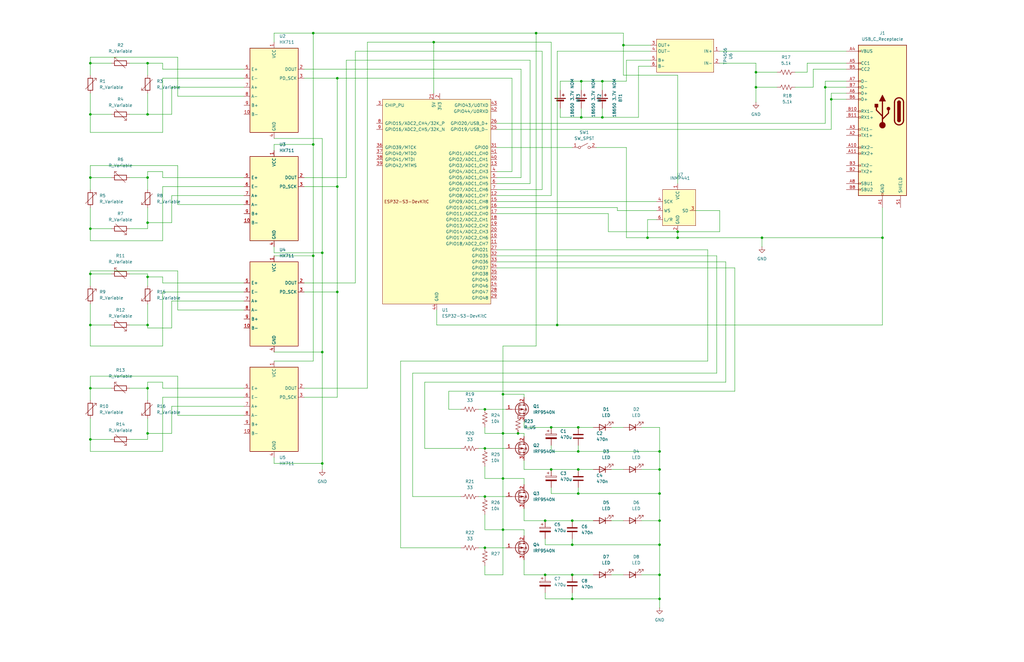
<source format=kicad_sch>
(kicad_sch (version 20231120) (generator "eeschema") (generator_version "8.0")
  (paper "B")
  (lib_symbols
    (symbol "Connector:USB_C_Receptacle" (pin_names (offset 1.016))
      (property "Reference" "J" (at -10.16 29.21 0))
      (property "Value" "USB_C_Receptacle" (at 10.16 29.21 0))
      (symbol "USB_C_Receptacle_1_1"
        (pin passive line (at 0 -40.64 90) (length 5.08) (name "GND") (number "A1"))
        (pin bidirectional line (at 15.24 -15.24 180) (length 5.08) (name "RX2-") (number "A10"))
        (pin bidirectional line (at 15.24 -17.78 180) (length 5.08) (name "RX2+") (number "A11"))
        (pin passive line (at 0 -40.64 90) (length 5.08) hide (name "GND") (number "A12"))
        (pin bidirectional line (at 15.24 -10.16 180) (length 5.08) (name "TX1+") (number "A2"))
        (pin bidirectional line (at 15.24 -7.62 180) (length 5.08) (name "TX1-") (number "A3"))
        (pin passive line (at 15.24 25.4 180) (length 5.08) (name "VBUS") (number "A4"))
        (pin bidirectional line (at 15.24 20.32 180) (length 5.08) (name "CC1") (number "A5"))
        (pin bidirectional line (at 15.24 7.62 180) (length 5.08) (name "D+") (number "A6"))
        (pin bidirectional line (at 15.24 12.7 180) (length 5.08) (name "D-") (number "A7"))
        (pin bidirectional line (at 15.24 -30.48 180) (length 5.08) (name "SBU1") (number "A8"))
        (pin passive line (at 15.24 25.4 180) (length 5.08) hide (name "VBUS") (number "A9"))
        (pin passive line (at 0 -40.64 90) (length 5.08) hide (name "GND") (number "B1"))
        (pin bidirectional line (at 15.24 0 180) (length 5.08) (name "RX1-") (number "B10"))
        (pin bidirectional line (at 15.24 -2.54 180) (length 5.08) (name "RX1+") (number "B11"))
        (pin passive line (at 0 -40.64 90) (length 5.08) hide (name "GND") (number "B12"))
        (pin bidirectional line (at 15.24 -25.4 180) (length 5.08) (name "TX2+") (number "B2"))
        (pin bidirectional line (at 15.24 -22.86 180) (length 5.08) (name "TX2-") (number "B3"))
        (pin passive line (at 15.24 25.4 180) (length 5.08) hide (name "VBUS") (number "B4"))
        (pin bidirectional line (at 15.24 17.78 180) (length 5.08) (name "CC2") (number "B5"))
        (pin bidirectional line (at 15.24 5.08 180) (length 5.08) (name "D+") (number "B6"))
        (pin bidirectional line (at 15.24 10.16 180) (length 5.08) (name "D-") (number "B7"))
        (pin bidirectional line (at 15.24 -33.02 180) (length 5.08) (name "SBU2") (number "B8"))
        (pin passive line (at 15.24 25.4 180) (length 5.08) hide (name "VBUS") (number "B9"))
        (pin passive line (at -7.62 -40.64 90) (length 5.08) (name "SHIELD") (number "S1"))
      )
    )
    (symbol "Device:Battery_Cell" (pin_numbers hide) (pin_names (offset 0) hide)
      (property "Reference" "BT" (at 2.54 2.54 0))
      (property "Value" "Battery_Cell" (at 2.54 0 0))
      (symbol "Battery_Cell_1_1"
        (pin passive line (at 0 5.08 270) (length 2.54) (name "+") (number "1"))
        (pin passive line (at 0 -2.54 90) (length 2.54) (name "-") (number "2"))
      )
    )
    (symbol "Device:C" (pin_numbers hide) (pin_names (offset 0.254))
      (property "Reference" "C" (at 0.635 2.54 0))
      (property "Value" "C" (at 0.635 -2.54 0))
      (symbol "C_1_1"
        (pin passive line (at 0 3.81 270) (length 2.794) (name "~") (number "1"))
        (pin passive line (at 0 -3.81 90) (length 2.794) (name "~") (number "2"))
      )
    )
    (symbol "Device:C_Polarized" (pin_numbers hide) (pin_names (offset 0.254))
      (property "Reference" "C" (at 0.635 2.54 0))
      (property "Value" "C_Polarized" (at 0.635 -2.54 0))
      (symbol "C_Polarized_1_1"
        (pin passive line (at 0 3.81 270) (length 2.794) (name "~") (number "1"))
        (pin passive line (at 0 -3.81 90) (length 2.794) (name "~") (number "2"))
      )
    )
    (symbol "Device:LED" (pin_numbers hide) (pin_names (offset 1.016) hide)
      (property "Reference" "D" (at 0 2.54 0))
      (property "Value" "LED" (at 0 -2.54 0))
      (symbol "LED_1_1"
        (pin passive line (at -3.81 0 0) (length 2.54) (name "K") (number "1"))
        (pin passive line (at 3.81 0 180) (length 2.54) (name "A") (number "2"))
      )
    )
    (symbol "Device:R_US" (pin_numbers hide) (pin_names (offset 0))
      (property "Reference" "R" (at 2.54 0 90))
      (property "Value" "R_US" (at -2.54 0 90))
      (symbol "R_US_1_1"
        (pin passive line (at 0 3.81 270) (length 1.27) (name "~") (number "1"))
        (pin passive line (at 0 -3.81 90) (length 1.27) (name "~") (number "2"))
      )
    )
    (symbol "Device:R_Variable" (pin_numbers hide) (pin_names (offset 0))
      (property "Reference" "R" (at 2.54 -2.54 90))
      (property "Value" "R_Variable" (at -2.54 -1.27 90))
      (symbol "R_Variable_1_1"
        (pin passive line (at 0 3.81 270) (length 1.27) (name "~") (number "1"))
        (pin passive line (at 0 -3.81 90) (length 1.27) (name "~") (number "2"))
      )
    )
    (symbol "Espressif:ESP32-S3-DevKitC" (pin_names (offset 1.016))
      (property "Reference" "U" (at -22.86 48.26 0))
      (property "Value" "ESP32-S3-DevKitC" (at -22.86 45.72 0))
      (symbol "ESP32-S3-DevKitC_0_0"
        (text "ESP32-S3-DevKitC" (at -12.7 0 0) (effects (font (size 1.27 1.27))))
        (pin bidirectional line (at 25.4 -35.56 180) (length 2.54) (name "GPIO46") (number "14"))
        (pin bidirectional line (at 25.4 -10.16 180) (length 2.54) (name "GPIO13/ADC2_CH2") (number "19"))
        (pin bidirectional line (at -25.4 15.24 0) (length 2.54) (name "GPIO42/MTMS") (number "39"))
        (pin bidirectional line (at 25.4 17.78 180) (length 2.54) (name "GPIO2/ADC1_CH1") (number "40"))
        (pin bidirectional line (at 25.4 20.32 180) (length 2.54) (name "GPIO1/ADC1_CH0") (number "41"))
        (pin bidirectional line (at 25.4 38.1 180) (length 2.54) (name "GPIO44/U0RXD") (number "42"))
        (pin bidirectional line (at 25.4 40.64 180) (length 2.54) (name "GPIO43/U0TXD") (number "43"))
        (pin power_in line (at 0 -45.72 90) (length 2.54) (name "GND") (number "44"))
      )
      (symbol "ESP32-S3-DevKitC_0_1"
        (pin power_in line (at 1.27 45.72 270) (length 2.54) (name "3V3") (number "2"))
      )
      (symbol "ESP32-S3-DevKitC_1_1"
        (pin passive line (at 1.27 45.72 270) (length 2.54) hide (name "3V3") (number "1"))
        (pin bidirectional line (at 25.4 -15.24 180) (length 2.54) (name "GPIO17/ADC2_CH6") (number "10"))
        (pin bidirectional line (at 25.4 -17.78 180) (length 2.54) (name "GPIO18/ADC2_CH7") (number "11"))
        (pin bidirectional line (at 25.4 2.54 180) (length 2.54) (name "GPIO8/ADC1_CH7") (number "12"))
        (pin bidirectional line (at 25.4 15.24 180) (length 2.54) (name "GPIO3/ADC1_CH2") (number "13"))
        (pin bidirectional line (at 25.4 0 180) (length 2.54) (name "GPIO9/ADC1_CH8") (number "15"))
        (pin bidirectional line (at 25.4 -2.54 180) (length 2.54) (name "GPIO10/ADC1_CH9") (number "16"))
        (pin bidirectional line (at 25.4 -5.08 180) (length 2.54) (name "GPIO11/ADC2_CH0") (number "17"))
        (pin bidirectional line (at 25.4 -7.62 180) (length 2.54) (name "GPIO12/ADC2_CH1") (number "18"))
        (pin bidirectional line (at 25.4 -12.7 180) (length 2.54) (name "GPIO14/ADC2_CH3") (number "20"))
        (pin power_in line (at -1.27 45.72 270) (length 2.54) (name "5V") (number "21"))
        (pin passive line (at 0 -45.72 90) (length 2.54) hide (name "GND") (number "22"))
        (pin passive line (at 0 -45.72 90) (length 2.54) hide (name "GND") (number "23"))
        (pin passive line (at 0 -45.72 90) (length 2.54) hide (name "GND") (number "24"))
        (pin bidirectional line (at 25.4 30.48 180) (length 2.54) (name "GPIO19/USB_D-") (number "25"))
        (pin bidirectional line (at 25.4 33.02 180) (length 2.54) (name "GPIO20/USB_D+") (number "26"))
        (pin bidirectional line (at 25.4 -20.32 180) (length 2.54) (name "GPIO21") (number "27"))
        (pin bidirectional line (at 25.4 -38.1 180) (length 2.54) (name "GPIO47") (number "28"))
        (pin bidirectional line (at 25.4 -40.64 180) (length 2.54) (name "GPIO48") (number "29"))
        (pin input line (at -25.4 40.64 0) (length 2.54) (name "CHIP_PU") (number "3"))
        (pin bidirectional line (at 25.4 -33.02 180) (length 2.54) (name "GPIO45") (number "30"))
        (pin bidirectional line (at 25.4 22.86 180) (length 2.54) (name "GPIO0") (number "31"))
        (pin bidirectional line (at 25.4 -22.86 180) (length 2.54) (name "GPIO35") (number "32"))
        (pin bidirectional line (at 25.4 -25.4 180) (length 2.54) (name "GPIO36") (number "33"))
        (pin bidirectional line (at 25.4 -27.94 180) (length 2.54) (name "GPIO37") (number "34"))
        (pin bidirectional line (at 25.4 -30.48 180) (length 2.54) (name "GPIO38") (number "35"))
        (pin bidirectional line (at -25.4 22.86 0) (length 2.54) (name "GPIO39/MTCK") (number "36"))
        (pin bidirectional line (at -25.4 20.32 0) (length 2.54) (name "GPIO40/MTDO") (number "37"))
        (pin bidirectional line (at -25.4 17.78 0) (length 2.54) (name "GPIO41/MTDI") (number "38"))
        (pin bidirectional line (at 25.4 12.7 180) (length 2.54) (name "GPIO4/ADC1_CH3") (number "4"))
        (pin bidirectional line (at 25.4 10.16 180) (length 2.54) (name "GPIO5/ADC1_CH4") (number "5"))
        (pin bidirectional line (at 25.4 7.62 180) (length 2.54) (name "GPIO6/ADC1_CH5") (number "6"))
        (pin bidirectional line (at 25.4 5.08 180) (length 2.54) (name "GPIO7/ADC1_CH6") (number "7"))
        (pin bidirectional line (at -25.4 33.02 0) (length 2.54) (name "GPIO15/ADC2_CH4/32K_P") (number "8"))
        (pin bidirectional line (at -25.4 30.48 0) (length 2.54) (name "GPIO16/ADC2_CH5/32K_N") (number "9"))
      )
    )
    (symbol "HX711_1"
      (property "Reference" "U5" (at 2.1941 -20.32 0))
      (property "Value" "HX711" (at 2.1941 -22.86 0))
      (symbol "HX711_1_1_1"
        (pin power_in line (at 0 20.32 270) (length 2.54) (name "VCC") (number "1"))
        (pin input line (at -12.7 -10.16 0) (length 2.54) (name "B-") (number "10"))
        (pin output line (at 12.7 8.89 180) (length 2.54) (name "DOUT") (number "2"))
        (pin input line (at 12.7 5.08 180) (length 2.54) (name "PD_SCK") (number "3"))
        (pin power_in line (at 0 -20.32 90) (length 2.54) (name "GND") (number "4"))
        (pin input line (at -12.7 8.89 0) (length 2.54) (name "E+") (number "5"))
        (pin input line (at -12.7 5.08 0) (length 2.54) (name "E-") (number "6"))
        (pin input line (at -12.7 1.27 0) (length 2.54) (name "A+") (number "7"))
        (pin input line (at -12.7 -2.54 0) (length 2.54) (name "A-") (number "8"))
        (pin input line (at -12.7 -6.35 0) (length 2.54) (name "B+") (number "9"))
      )
    )
    (symbol "Switch:SW_SPST" (pin_names (offset 0) hide)
      (property "Reference" "SW" (at 0 3.175 0))
      (property "Value" "SW_SPST" (at 0 -2.54 0))
      (symbol "SW_SPST_1_1"
        (pin passive line (at -5.08 0 0) (length 2.54) (name "A") (number "1"))
        (pin passive line (at 5.08 0 180) (length 2.54) (name "B") (number "2"))
      )
    )
    (symbol "Transistor_FET:IRF9540N" (pin_names hide)
      (property "Reference" "Q" (at 5.08 1.905 0))
      (property "Value" "IRF9540N" (at 5.08 0 0))
      (symbol "IRF9540N_1_1"
        (pin input line (at -5.08 0 0) (length 2.54) (name "G") (number "1"))
        (pin passive line (at 2.54 5.08 270) (length 2.54) (name "D") (number "2"))
        (pin passive line (at 2.54 -5.08 90) (length 2.54) (name "S") (number "3"))
      )
    )
    (symbol "User_Custom:HX711"
      (property "Reference" "U5" (at 2.1941 -20.32 0))
      (property "Value" "HX711" (at 2.1941 -22.86 0))
      (symbol "HX711_1_1"
        (pin power_in line (at 0 20.32 270) (length 2.54) (name "VCC") (number "1"))
        (pin input line (at -12.7 -10.16 0) (length 2.54) (name "B-") (number "10"))
        (pin output line (at 12.7 8.89 180) (length 2.54) (name "DOUT") (number "2"))
        (pin input line (at 12.7 5.08 180) (length 2.54) (name "PD_SCK") (number "3"))
        (pin power_in line (at 0 -20.32 90) (length 2.54) (name "GND") (number "4"))
        (pin input line (at -12.7 8.89 0) (length 2.54) (name "E+") (number "5"))
        (pin input line (at -12.7 5.08 0) (length 2.54) (name "E-") (number "6"))
        (pin input line (at -12.7 1.27 0) (length 2.54) (name "A+") (number "7"))
        (pin input line (at -12.7 -2.54 0) (length 2.54) (name "A-") (number "8"))
        (pin input line (at -12.7 -6.35 0) (length 2.54) (name "B+") (number "9"))
      )
    )
    (symbol "User_Custom:INMP441"
      (property "Reference" "U7" (at -0.254 6.35 0))
      (property "Value" "INMP441" (at -0.254 4.826 0))
      (symbol "INMP441_1_1"
        (pin power_in line (at -1.27 2.54 270) (length 2.54) (name "VCC") (number "1"))
        (pin power_in line (at -1.27 -17.78 90) (length 2.54) (name "GND") (number "2"))
        (pin output line (at 6.35 -8.89 180) (length 2.54) (name "SD") (number "3"))
        (pin input line (at -10.16 -5.08 0) (length 2.54) (name "SCK") (number "4"))
        (pin input line (at -10.16 -8.89 0) (length 2.54) (name "WS") (number "5"))
        (pin input line (at -10.16 -12.7 0) (length 2.54) (name "L/R") (number "6"))
      )
    )
    (symbol "User_Custom:TP4056"
      (property "Reference" "U6" (at -0.254 15.748 0))
      (property "Value" "TP4506" (at -2.54 13.462 0))
      (symbol "TP4056_1_1"
        (pin power_in line (at -1.27 2.54 270) (length 2.54) (name "IN+") (number "1"))
        (pin power_in line (at 3.81 2.54 270) (length 2.54) (name "IN-") (number "2"))
        (pin power_out line (at -3.81 -26.67 90) (length 2.54) (name "OUT+") (number "3"))
        (pin power_out line (at -1.27 -26.67 90) (length 2.54) (name "OUT-") (number "4"))
        (pin power_out line (at 2.54 -26.67 90) (length 2.54) (name "B+") (number "5"))
        (pin power_out line (at 5.08 -26.67 90) (length 2.54) (name "B-") (number "6"))
      )
    )
    (symbol "power:GND" (power) (pin_numbers hide) (pin_names (offset 0) hide)
      (property "Value" "GND" (at 0 -3.81 0))
      (symbol "GND_1_1"
        (pin power_in line (at 0 0 270) (length 0) (name "~") (number "1"))
      )
    )
  )
  (junction (at 182.88 17.78))
  (junction (at 278.13 219.71))
  (junction (at 62.23 116.84))
  (junction (at 38.1 115.57))
  (junction (at 245.11 34.29))
  (junction (at 226.06 13.97))
  (junction (at 278.13 208.28))
  (junction (at 243.84 208.28))
  (junction (at 132.08 13.97))
  (junction (at 278.13 242.57))
  (junction (at 62.23 48.26))
  (junction (at 38.1 96.52))
  (junction (at 142.24 78.74))
  (junction (at 278.13 252.73))
  (junction (at 204.47 172.72))
  (junction (at 254 49.53))
  (junction (at 285.75 97.79))
  (junction (at 218.44 182.88))
  (junction (at 212.09 166.37))
  (junction (at 212.09 223.52))
  (junction (at 241.3 252.73))
  (junction (at 278.13 198.12))
  (junction (at 278.13 229.87))
  (junction (at 62.23 26.67))
  (junction (at 132.08 107.95))
  (junction (at 318.77 36.83))
  (junction (at 285.75 100.33))
  (junction (at 278.13 190.5))
  (junction (at 62.23 182.88))
  (junction (at 135.89 148.59))
  (junction (at 321.31 100.33))
  (junction (at 135.89 106.68))
  (junction (at 62.23 137.16))
  (junction (at 273.05 100.33))
  (junction (at 229.87 242.57))
  (junction (at 243.84 198.12))
  (junction (at 262.89 19.05))
  (junction (at 62.23 74.93))
  (junction (at 241.3 229.87))
  (junction (at 38.1 185.42))
  (junction (at 234.95 137.16))
  (junction (at 38.1 163.83))
  (junction (at 243.84 180.34))
  (junction (at 38.1 26.67))
  (junction (at 245.11 49.53))
  (junction (at 132.08 60.96))
  (junction (at 142.24 33.02))
  (junction (at 135.89 195.58))
  (junction (at 62.23 163.83))
  (junction (at 241.3 219.71))
  (junction (at 62.23 93.98))
  (junction (at 38.1 48.26))
  (junction (at 38.1 137.16))
  (junction (at 232.41 198.12))
  (junction (at 243.84 190.5))
  (junction (at 38.1 74.93))
  (junction (at 232.41 180.34))
  (junction (at 204.47 189.23))
  (junction (at 142.24 123.19))
  (junction (at 204.47 209.55))
  (junction (at 212.09 201.93))
  (junction (at 372.11 100.33))
  (junction (at 229.87 219.71))
  (junction (at 204.47 231.14))
  (junction (at 212.09 182.88))
  (junction (at 241.3 242.57))
  (junction (at 350.52 41.91))
  (junction (at 347.98 36.83))
  (junction (at 254 34.29))
  (junction (at 318.77 30.48))
  (wire (pts (xy 278.13 242.57) (xy 278.13 252.73)))
  (wire (pts (xy 232.41 82.55) (xy 209.55 82.55)))
  (wire (pts (xy 182.88 17.78) (xy 182.88 39.37)))
  (wire (pts (xy 278.13 198.12) (xy 278.13 208.28)))
  (wire (pts (xy 306.07 110.49) (xy 209.55 110.49)))
  (wire (pts (xy 68.58 119.38) (xy 68.58 116.84)))
  (wire (pts (xy 278.13 180.34) (xy 270.51 180.34)))
  (wire (pts (xy 74.93 40.64) (xy 74.93 24.13)))
  (wire (pts (xy 62.23 163.83) (xy 62.23 168.91)))
  (wire (pts (xy 236.22 34.29) (xy 245.11 34.29)))
  (wire (pts (xy 135.89 195.58) (xy 135.89 198.12)))
  (wire (pts (xy 220.98 194.31) (xy 220.98 198.12)))
  (wire (pts (xy 74.93 175.26) (xy 74.93 158.75)))
  (wire (pts (xy 74.93 158.75) (xy 38.1 158.75)))
  (wire (pts (xy 236.22 38.1) (xy 236.22 34.29)))
  (wire (pts (xy 128.27 78.74) (xy 142.24 78.74)))
  (wire (pts (xy 269.24 49.53) (xy 269.24 27.94)))
  (wire (pts (xy 201.93 189.23) (xy 204.47 189.23)))
  (wire (pts (xy 38.1 55.88) (xy 38.1 48.26)))
  (wire (pts (xy 68.58 146.05) (xy 38.1 146.05)))
  (wire (pts (xy 243.84 198.12) (xy 250.19 198.12)))
  (wire (pts (xy 38.1 137.16) (xy 38.1 146.05)))
  (wire (pts (xy 38.1 96.52) (xy 38.1 101.6)))
  (wire (pts (xy 372.11 87.63) (xy 372.11 100.33)))
  (wire (pts (xy 232.41 198.12) (xy 243.84 198.12)))
  (wire (pts (xy 220.98 177.8) (xy 220.98 180.34)))
  (wire (pts (xy 201.93 172.72) (xy 204.47 172.72)))
  (wire (pts (xy 220.98 226.06) (xy 220.98 223.52)))
  (wire (pts (xy 102.87 74.93) (xy 68.58 74.93)))
  (wire (pts (xy 68.58 74.93) (xy 68.58 72.39)))
  (wire (pts (xy 223.52 77.47) (xy 209.55 77.47)))
  (wire (pts (xy 102.87 119.38) (xy 68.58 119.38)))
  (wire (pts (xy 220.98 180.34) (xy 232.41 180.34)))
  (wire (pts (xy 128.27 163.83) (xy 154.94 163.83)))
  (wire (pts (xy 168.91 231.14) (xy 168.91 152.4)))
  (wire (pts (xy 142.24 33.02) (xy 215.9 33.02)))
  (wire (pts (xy 102.87 36.83) (xy 72.39 36.83)))
  (wire (pts (xy 62.23 72.39) (xy 62.23 74.93)))
  (wire (pts (xy 229.87 219.71) (xy 241.3 219.71)))
  (wire (pts (xy 335.28 30.48) (xy 340.36 30.48)))
  (wire (pts (xy 257.81 219.71) (xy 262.89 219.71)))
  (wire (pts (xy 68.58 55.88) (xy 38.1 55.88)))
  (wire (pts (xy 209.55 62.23) (xy 241.3 62.23)))
  (wire (pts (xy 335.28 36.83) (xy 342.9 36.83)))
  (wire (pts (xy 356.87 34.29) (xy 347.98 34.29)))
  (wire (pts (xy 46.99 185.42) (xy 38.1 185.42)))
  (wire (pts (xy 298.45 152.4) (xy 298.45 105.41)))
  (wire (pts (xy 229.87 242.57) (xy 241.3 242.57)))
  (wire (pts (xy 204.47 201.93) (xy 212.09 201.93)))
  (wire (pts (xy 270.51 219.71) (xy 278.13 219.71)))
  (wire (pts (xy 226.06 146.05) (xy 226.06 13.97)))
  (wire (pts (xy 62.23 39.37) (xy 62.23 48.26)))
  (wire (pts (xy 220.98 182.88) (xy 218.44 182.88)))
  (wire (pts (xy 38.1 115.57) (xy 46.99 115.57)))
  (wire (pts (xy 285.75 97.79) (xy 285.75 100.33)))
  (wire (pts (xy 229.87 229.87) (xy 241.3 229.87)))
  (wire (pts (xy 285.75 97.79) (xy 256.54 97.79)))
  (wire (pts (xy 340.36 30.48) (xy 340.36 26.67)))
  (wire (pts (xy 62.23 137.16) (xy 54.61 137.16)))
  (wire (pts (xy 262.89 19.05) (xy 262.89 13.97)))
  (wire (pts (xy 201.93 231.14) (xy 204.47 231.14)))
  (wire (pts (xy 256.54 90.17) (xy 209.55 90.17)))
  (wire (pts (xy 189.23 165.1) (xy 189.23 172.72)))
  (wire (pts (xy 309.88 165.1) (xy 309.88 113.03)))
  (wire (pts (xy 264.16 62.23) (xy 264.16 100.33)))
  (wire (pts (xy 318.77 30.48) (xy 318.77 36.83)))
  (wire (pts (xy 115.57 195.58) (xy 135.89 195.58)))
  (wire (pts (xy 72.39 138.43) (xy 62.23 138.43)))
  (wire (pts (xy 321.31 100.33) (xy 321.31 104.14)))
  (wire (pts (xy 234.95 21.59) (xy 234.95 137.16)))
  (wire (pts (xy 72.39 93.98) (xy 62.23 93.98)))
  (wire (pts (xy 254 34.29) (xy 264.16 34.29)))
  (wire (pts (xy 327.66 30.48) (xy 318.77 30.48)))
  (wire (pts (xy 102.87 123.19) (xy 68.58 123.19)))
  (wire (pts (xy 135.89 58.42) (xy 135.89 106.68)))
  (wire (pts (xy 241.3 250.19) (xy 241.3 252.73)))
  (wire (pts (xy 350.52 41.91) (xy 356.87 41.91)))
  (wire (pts (xy 102.87 175.26) (xy 74.93 175.26)))
  (wire (pts (xy 62.23 74.93) (xy 62.23 80.01)))
  (wire (pts (xy 204.47 209.55) (xy 213.36 209.55)))
  (wire (pts (xy 229.87 227.33) (xy 229.87 229.87)))
  (wire (pts (xy 102.87 171.45) (xy 72.39 171.45)))
  (wire (pts (xy 274.32 19.05) (xy 262.89 19.05)))
  (wire (pts (xy 115.57 106.68) (xy 135.89 106.68)))
  (wire (pts (xy 38.1 24.13) (xy 38.1 26.67)))
  (wire (pts (xy 74.93 69.85) (xy 38.1 69.85)))
  (wire (pts (xy 232.41 190.5) (xy 243.84 190.5)))
  (wire (pts (xy 173.99 209.55) (xy 173.99 157.48)))
  (wire (pts (xy 245.11 49.53) (xy 254 49.53)))
  (wire (pts (xy 115.57 193.04) (xy 115.57 195.58)))
  (wire (pts (xy 264.16 25.4) (xy 274.32 25.4)))
  (wire (pts (xy 102.87 86.36) (xy 74.93 86.36)))
  (wire (pts (xy 234.95 137.16) (xy 372.11 137.16)))
  (wire (pts (xy 142.24 33.02) (xy 142.24 78.74)))
  (wire (pts (xy 342.9 36.83) (xy 342.9 29.21)))
  (wire (pts (xy 254 34.29) (xy 245.11 34.29)))
  (wire (pts (xy 243.84 187.96) (xy 243.84 190.5)))
  (wire (pts (xy 236.22 49.53) (xy 245.11 49.53)))
  (wire (pts (xy 74.93 24.13) (xy 38.1 24.13)))
  (wire (pts (xy 62.23 31.75) (xy 62.23 26.67)))
  (wire (pts (xy 179.07 161.29) (xy 306.07 161.29)))
  (wire (pts (xy 372.11 100.33) (xy 321.31 100.33)))
  (wire (pts (xy 46.99 26.67) (xy 38.1 26.67)))
  (wire (pts (xy 102.87 130.81) (xy 74.93 130.81)))
  (wire (pts (xy 68.58 190.5) (xy 38.1 190.5)))
  (wire (pts (xy 220.98 198.12) (xy 232.41 198.12)))
  (wire (pts (xy 54.61 26.67) (xy 62.23 26.67)))
  (wire (pts (xy 146.05 25.4) (xy 223.52 25.4)))
  (wire (pts (xy 245.11 38.1) (xy 245.11 34.29)))
  (wire (pts (xy 38.1 48.26) (xy 46.99 48.26)))
  (wire (pts (xy 356.87 36.83) (xy 347.98 36.83)))
  (wire (pts (xy 154.94 163.83) (xy 154.94 17.78)))
  (wire (pts (xy 215.9 33.02) (xy 215.9 72.39)))
  (wire (pts (xy 236.22 45.72) (xy 236.22 49.53)))
  (wire (pts (xy 173.99 157.48) (xy 302.26 157.48)))
  (wire (pts (xy 132.08 13.97) (xy 115.57 13.97)))
  (wire (pts (xy 347.98 34.29) (xy 347.98 36.83)))
  (wire (pts (xy 72.39 171.45) (xy 72.39 182.88)))
  (wire (pts (xy 62.23 87.63) (xy 62.23 93.98)))
  (wire (pts (xy 72.39 82.55) (xy 72.39 93.98)))
  (wire (pts (xy 209.55 52.07) (xy 347.98 52.07)))
  (wire (pts (xy 270.51 198.12) (xy 278.13 198.12)))
  (wire (pts (xy 189.23 165.1) (xy 309.88 165.1)))
  (wire (pts (xy 278.13 190.5) (xy 278.13 180.34)))
  (wire (pts (xy 257.81 180.34) (xy 262.89 180.34)))
  (wire (pts (xy 223.52 25.4) (xy 223.52 77.47)))
  (wire (pts (xy 149.86 119.38) (xy 149.86 21.59)))
  (wire (pts (xy 132.08 152.4) (xy 132.08 107.95)))
  (wire (pts (xy 38.1 69.85) (xy 38.1 74.93)))
  (wire (pts (xy 303.53 88.9) (xy 303.53 97.79)))
  (wire (pts (xy 74.93 130.81) (xy 74.93 114.3)))
  (wire (pts (xy 38.1 158.75) (xy 38.1 163.83)))
  (wire (pts (xy 168.91 152.4) (xy 298.45 152.4)))
  (wire (pts (xy 154.94 17.78) (xy 182.88 17.78)))
  (wire (pts (xy 204.47 231.14) (xy 213.36 231.14)))
  (wire (pts (xy 302.26 107.95) (xy 209.55 107.95)))
  (wire (pts (xy 62.23 93.98) (xy 62.23 96.52)))
  (wire (pts (xy 115.57 104.14) (xy 115.57 106.68)))
  (wire (pts (xy 204.47 217.17) (xy 204.47 223.52)))
  (wire (pts (xy 115.57 152.4) (xy 132.08 152.4)))
  (wire (pts (xy 128.27 123.19) (xy 142.24 123.19)))
  (wire (pts (xy 273.05 92.71) (xy 273.05 100.33)))
  (wire (pts (xy 269.24 27.94) (xy 274.32 27.94)))
  (wire (pts (xy 232.41 17.78) (xy 232.41 82.55)))
  (wire (pts (xy 241.3 229.87) (xy 278.13 229.87)))
  (wire (pts (xy 212.09 166.37) (xy 212.09 146.05)))
  (wire (pts (xy 204.47 172.72) (xy 213.36 172.72)))
  (wire (pts (xy 285.75 100.33) (xy 321.31 100.33)))
  (wire (pts (xy 74.93 114.3) (xy 38.1 114.3)))
  (wire (pts (xy 128.27 29.21) (xy 219.71 29.21)))
  (wire (pts (xy 68.58 163.83) (xy 68.58 161.29)))
  (wire (pts (xy 212.09 146.05) (xy 226.06 146.05)))
  (wire (pts (xy 68.58 78.74) (xy 68.58 101.6)))
  (wire (pts (xy 102.87 29.21) (xy 68.58 29.21)))
  (wire (pts (xy 204.47 189.23) (xy 213.36 189.23)))
  (wire (pts (xy 276.86 92.71) (xy 273.05 92.71)))
  (wire (pts (xy 149.86 21.59) (xy 228.6 21.59)))
  (wire (pts (xy 74.93 86.36) (xy 74.93 69.85)))
  (wire (pts (xy 243.84 190.5) (xy 278.13 190.5)))
  (wire (pts (xy 260.35 87.63) (xy 209.55 87.63)))
  (wire (pts (xy 204.47 196.85) (xy 204.47 201.93)))
  (wire (pts (xy 340.36 26.67) (xy 356.87 26.67)))
  (wire (pts (xy 38.1 168.91) (xy 38.1 163.83)))
  (wire (pts (xy 212.09 201.93) (xy 212.09 223.52)))
  (wire (pts (xy 298.45 105.41) (xy 209.55 105.41)))
  (wire (pts (xy 303.53 21.59) (xy 356.87 21.59)))
  (wire (pts (xy 128.27 74.93) (xy 146.05 74.93)))
  (wire (pts (xy 194.31 231.14) (xy 168.91 231.14)))
  (wire (pts (xy 232.41 187.96) (xy 232.41 190.5)))
  (wire (pts (xy 232.41 180.34) (xy 243.84 180.34)))
  (wire (pts (xy 201.93 209.55) (xy 204.47 209.55)))
  (wire (pts (xy 241.3 242.57) (xy 250.19 242.57)))
  (wire (pts (xy 68.58 116.84) (xy 62.23 116.84)))
  (wire (pts (xy 38.1 39.37) (xy 38.1 48.26)))
  (wire (pts (xy 243.84 180.34) (xy 250.19 180.34)))
  (wire (pts (xy 62.23 115.57) (xy 62.23 116.84)))
  (wire (pts (xy 204.47 242.57) (xy 212.09 242.57)))
  (wire (pts (xy 228.6 80.01) (xy 209.55 80.01)))
  (wire (pts (xy 350.52 54.61) (xy 350.52 41.91)))
  (wire (pts (xy 54.61 48.26) (xy 62.23 48.26)))
  (wire (pts (xy 270.51 242.57) (xy 278.13 242.57)))
  (wire (pts (xy 62.23 116.84) (xy 62.23 120.65)))
  (wire (pts (xy 142.24 123.19) (xy 142.24 78.74)))
  (wire (pts (xy 273.05 100.33) (xy 285.75 100.33)))
  (wire (pts (xy 38.1 120.65) (xy 38.1 115.57)))
  (wire (pts (xy 38.1 80.01) (xy 38.1 74.93)))
  (wire (pts (xy 68.58 72.39) (xy 62.23 72.39)))
  (wire (pts (xy 204.47 238.76) (xy 204.47 242.57)))
  (wire (pts (xy 102.87 167.64) (xy 68.58 167.64)))
  (wire (pts (xy 232.41 208.28) (xy 243.84 208.28)))
  (wire (pts (xy 102.87 78.74) (xy 68.58 78.74)))
  (wire (pts (xy 194.31 209.55) (xy 173.99 209.55)))
  (wire (pts (xy 102.87 40.64) (xy 74.93 40.64)))
  (wire (pts (xy 262.89 13.97) (xy 226.06 13.97)))
  (wire (pts (xy 245.11 45.72) (xy 245.11 49.53)))
  (wire (pts (xy 278.13 252.73) (xy 278.13 256.54)))
  (wire (pts (xy 274.32 21.59) (xy 234.95 21.59)))
  (wire (pts (xy 327.66 36.83) (xy 318.77 36.83)))
  (wire (pts (xy 212.09 242.57) (xy 212.09 223.52)))
  (wire (pts (xy 293.37 88.9) (xy 303.53 88.9)))
  (wire (pts (xy 115.57 58.42) (xy 135.89 58.42)))
  (wire (pts (xy 72.39 36.83) (xy 72.39 48.26)))
  (wire (pts (xy 278.13 229.87) (xy 278.13 219.71)))
  (wire (pts (xy 46.99 137.16) (xy 38.1 137.16)))
  (wire (pts (xy 54.61 163.83) (xy 62.23 163.83)))
  (wire (pts (xy 220.98 214.63) (xy 220.98 219.71)))
  (wire (pts (xy 243.84 205.74) (xy 243.84 208.28)))
  (wire (pts (xy 128.27 167.64) (xy 142.24 167.64)))
  (wire (pts (xy 102.87 127) (xy 72.39 127)))
  (wire (pts (xy 241.3 219.71) (xy 250.19 219.71)))
  (wire (pts (xy 229.87 252.73) (xy 241.3 252.73)))
  (wire (pts (xy 38.1 87.63) (xy 38.1 96.52)))
  (wire (pts (xy 38.1 185.42) (xy 38.1 190.5)))
  (wire (pts (xy 303.53 97.79) (xy 285.75 97.79)))
  (wire (pts (xy 350.52 39.37) (xy 350.52 41.91)))
  (wire (pts (xy 38.1 137.16) (xy 38.1 128.27)))
  (wire (pts (xy 115.57 60.96) (xy 132.08 60.96)))
  (wire (pts (xy 212.09 182.88) (xy 212.09 201.93)))
  (wire (pts (xy 194.31 172.72) (xy 189.23 172.72)))
  (wire (pts (xy 342.9 29.21) (xy 356.87 29.21)))
  (wire (pts (xy 257.81 242.57) (xy 262.89 242.57)))
  (wire (pts (xy 278.13 242.57) (xy 278.13 229.87)))
  (wire (pts (xy 226.06 13.97) (xy 132.08 13.97)))
  (wire (pts (xy 72.39 48.26) (xy 62.23 48.26)))
  (wire (pts (xy 72.39 127) (xy 72.39 138.43)))
  (wire (pts (xy 38.1 163.83) (xy 46.99 163.83)))
  (wire (pts (xy 62.23 182.88) (xy 62.23 185.42)))
  (wire (pts (xy 264.16 34.29) (xy 264.16 25.4)))
  (wire (pts (xy 115.57 148.59) (xy 135.89 148.59)))
  (wire (pts (xy 234.95 137.16) (xy 184.15 137.16)))
  (wire (pts (xy 372.11 137.16) (xy 372.11 100.33)))
  (wire (pts (xy 218.44 182.88) (xy 212.09 182.88)))
  (wire (pts (xy 204.47 182.88) (xy 212.09 182.88)))
  (wire (pts (xy 220.98 184.15) (xy 220.98 182.88)))
  (wire (pts (xy 285.75 77.47) (xy 285.75 31.75)))
  (wire (pts (xy 278.13 208.28) (xy 278.13 219.71)))
  (wire (pts (xy 256.54 97.79) (xy 256.54 90.17)))
  (wire (pts (xy 68.58 167.64) (xy 68.58 190.5)))
  (wire (pts (xy 220.98 236.22) (xy 220.98 242.57)))
  (wire (pts (xy 68.58 29.21) (xy 68.58 26.67)))
  (wire (pts (xy 209.55 85.09) (xy 276.86 85.09)))
  (wire (pts (xy 132.08 60.96) (xy 132.08 13.97)))
  (wire (pts (xy 254 49.53) (xy 254 45.72)))
  (wire (pts (xy 54.61 115.57) (xy 62.23 115.57)))
  (wire (pts (xy 62.23 185.42) (xy 54.61 185.42)))
  (wire (pts (xy 102.87 82.55) (xy 72.39 82.55)))
  (wire (pts (xy 285.75 31.75) (xy 262.89 31.75)))
  (wire (pts (xy 62.23 176.53) (xy 62.23 182.88)))
  (wire (pts (xy 232.41 205.74) (xy 232.41 208.28)))
  (wire (pts (xy 262.89 31.75) (xy 262.89 19.05)))
  (wire (pts (xy 257.81 198.12) (xy 262.89 198.12)))
  (wire (pts (xy 220.98 167.64) (xy 220.98 166.37)))
  (wire (pts (xy 251.46 62.23) (xy 264.16 62.23)))
  (wire (pts (xy 220.98 223.52) (xy 212.09 223.52)))
  (wire (pts (xy 62.23 96.52) (xy 54.61 96.52)))
  (wire (pts (xy 264.16 100.33) (xy 273.05 100.33)))
  (wire (pts (xy 306.07 161.29) (xy 306.07 110.49)))
  (wire (pts (xy 212.09 166.37) (xy 220.98 166.37)))
  (wire (pts (xy 302.26 157.48) (xy 302.26 107.95)))
  (wire (pts (xy 62.23 137.16) (xy 62.23 138.43)))
  (wire (pts (xy 102.87 33.02) (xy 68.58 33.02)))
  (wire (pts (xy 38.1 114.3) (xy 38.1 115.57)))
  (wire (pts (xy 38.1 185.42) (xy 38.1 176.53)))
  (wire (pts (xy 228.6 21.59) (xy 228.6 80.01)))
  (wire (pts (xy 68.58 123.19) (xy 68.58 146.05)))
  (wire (pts (xy 229.87 250.19) (xy 229.87 252.73)))
  (wire (pts (xy 220.98 242.57) (xy 229.87 242.57)))
  (wire (pts (xy 146.05 74.93) (xy 146.05 25.4)))
  (wire (pts (xy 72.39 182.88) (xy 62.23 182.88)))
  (wire (pts (xy 254 38.1) (xy 254 34.29)))
  (wire (pts (xy 115.57 13.97) (xy 115.57 17.78)))
  (wire (pts (xy 209.55 113.03) (xy 309.88 113.03)))
  (wire (pts (xy 68.58 26.67) (xy 62.23 26.67)))
  (wire (pts (xy 102.87 163.83) (xy 68.58 163.83)))
  (wire (pts (xy 182.88 17.78) (xy 232.41 17.78)))
  (wire (pts (xy 241.3 252.73) (xy 278.13 252.73)))
  (wire (pts (xy 68.58 161.29) (xy 62.23 161.29)))
  (wire (pts (xy 135.89 148.59) (xy 135.89 195.58)))
  (wire (pts (xy 132.08 107.95) (xy 132.08 60.96)))
  (wire (pts (xy 220.98 219.71) (xy 229.87 219.71)))
  (wire (pts (xy 260.35 88.9) (xy 260.35 87.63)))
  (wire (pts (xy 219.71 29.21) (xy 219.71 74.93)))
  (wire (pts (xy 142.24 167.64) (xy 142.24 123.19)))
  (wire (pts (xy 38.1 74.93) (xy 46.99 74.93)))
  (wire (pts (xy 184.15 137.16) (xy 184.15 130.81)))
  (wire (pts (xy 209.55 72.39) (xy 215.9 72.39)))
  (wire (pts (xy 241.3 227.33) (xy 241.3 229.87)))
  (wire (pts (xy 212.09 182.88) (xy 212.09 166.37)))
  (wire (pts (xy 356.87 39.37) (xy 350.52 39.37)))
  (wire (pts (xy 115.57 63.5) (xy 115.57 60.96)))
  (wire (pts (xy 254 49.53) (xy 269.24 49.53)))
  (wire (pts (xy 318.77 26.67) (xy 318.77 30.48)))
  (wire (pts (xy 318.77 36.83) (xy 318.77 43.18)))
  (wire (pts (xy 194.31 189.23) (xy 179.07 189.23)))
  (wire (pts (xy 278.13 198.12) (xy 278.13 190.5)))
  (wire (pts (xy 209.55 54.61) (xy 350.52 54.61)))
  (wire (pts (xy 135.89 106.68) (xy 135.89 148.59)))
  (wire (pts (xy 46.99 96.52) (xy 38.1 96.52)))
  (wire (pts (xy 347.98 36.83) (xy 347.98 52.07)))
  (wire (pts (xy 204.47 223.52) (xy 212.09 223.52)))
  (wire (pts (xy 220.98 204.47) (xy 220.98 201.93)))
  (wire (pts (xy 303.53 26.67) (xy 318.77 26.67)))
  (wire (pts (xy 128.27 119.38) (xy 149.86 119.38)))
  (wire (pts (xy 54.61 74.93) (xy 62.23 74.93)))
  (wire (pts (xy 204.47 180.34) (xy 204.47 182.88)))
  (wire (pts (xy 128.27 33.02) (xy 142.24 33.02)))
  (wire (pts (xy 115.57 107.95) (xy 132.08 107.95)))
  (wire (pts (xy 179.07 189.23) (xy 179.07 161.29)))
  (wire (pts (xy 62.23 161.29) (xy 62.23 163.83)))
  (wire (pts (xy 276.86 88.9) (xy 260.35 88.9)))
  (wire (pts (xy 38.1 26.67) (xy 38.1 31.75)))
  (wire (pts (xy 243.84 208.28) (xy 278.13 208.28)))
  (wire (pts (xy 219.71 74.93) (xy 209.55 74.93)))
  (wire (pts (xy 220.98 201.93) (xy 212.09 201.93)))
  (wire (pts (xy 68.58 33.02) (xy 68.58 55.88)))
  (wire (pts (xy 62.23 128.27) (xy 62.23 137.16)))
  (wire (pts (xy 68.58 101.6) (xy 38.1 101.6)))
  (symbol (lib_id "Device:R_Variable") (at 50.8 26.67 90) (unit 1)
    (property "Reference" "R2" (at 50.8 19.05 90))
    (property "Value" "R_Variable" (at 50.8 21.59 90))
    (property "Description" "Variable resistor" (effects (hide yes)))
  )
  (symbol (lib_id "Transistor_FET:IRF9540N") (at 218.44 209.55 0) (unit 1)
    (property "Reference" "Q3" (at 224.79 208.2799 0) (effects (justify left)))
    (property "Value" "IRF9540N" (at 224.79 210.8199 0) (effects (justify left)))
    (property "Footprint" "Package_TO_SOT_THT:TO-220-3_Vertical" (effects (hide yes)))
    (property "Datasheet" "http://www.irf.com/product-info/datasheets/data/irf9540n.pdf" (effects (hide yes)))
    (property "Description" "-23A Id, -100V Vds, 117mOhm Rds, P-Channel HEXFET Power MOSFET, TO-220" (effects (hide yes)))
  )
  (symbol (lib_id "power:GND") (at 318.77 43.18 0) (unit 1)
    (property "Reference" "#PWR02" (effects (hide yes)))
    (property "Value" "GND" (at 318.77 48.26 0))
    (property "Description" "Power symbol creates a global label with name \"GND\" , ground" (effects (hide yes)))
  )
  (symbol (lib_id "Device:R_US") (at 198.12 189.23 90) (unit 1)
    (property "Reference" "R20" (at 198.12 182.88 90))
    (property "Value" "33" (at 198.12 185.42 90))
    (property "Description" "Resistor, US symbol" (effects (hide yes)))
  )
  (symbol (lib_id "Device:C") (at 243.84 184.15 0) (unit 1)
    (property "Reference" "C2" (at 251.46 182.8799 0) (effects (justify left)))
    (property "Value" "470n" (at 251.46 185.4199 0) (effects (justify left)))
    (property "Description" "Unpolarized capacitor" (effects (hide yes)))
  )
  (symbol (lib_id "Device:R_Variable") (at 62.23 83.82 180) (unit 1)
    (property "Reference" "R8" (at 66.04 82.5499 0) (effects (justify right)))
    (property "Value" "R_Variable" (at 66.04 85.0899 0) (effects (justify right)))
    (property "Description" "Variable resistor" (effects (hide yes)))
  )
  (symbol (lib_id "User_Custom:HX711") (at 115.57 38.1 0) (unit 1)
    (property "Reference" "U2" (at 117.7641 15.24 0) (effects (justify left)))
    (property "Value" "HX711" (at 117.7641 17.78 0) (effects (justify left)))
    (property "Footprint" "Package_SO:SOP-16_3.9x9.9mm_P1.27mm" (effects (hide yes)))
    (property "Datasheet" "https://web.archive.org/web/20220615044707/https://akizukidenshi.com/download/ds/avia/hx711.pdf" (effects (hide yes)))
    (property "Description" "24-Bit Analog-to-Digital Converter (ADC) for Weight Scales" (effects (hide yes)))
  )
  (symbol (lib_id "Device:C") (at 241.3 246.38 0) (unit 1)
    (property "Reference" "C8" (at 245.11 245.1099 0) (effects (justify left)))
    (property "Value" "470n" (at 245.11 247.6499 0) (effects (justify left)))
    (property "Description" "Unpolarized capacitor" (effects (hide yes)))
  )
  (symbol (lib_id "Device:R_US") (at 198.12 172.72 90) (unit 1)
    (property "Reference" "R19" (at 198.12 166.37 90))
    (property "Value" "33" (at 198.12 168.91 90))
    (property "Description" "Resistor, US symbol" (effects (hide yes)))
  )
  (symbol (lib_id "Device:C_Polarized") (at 229.87 246.38 0) (unit 1)
    (property "Reference" "C7" (at 233.68 244.2209 0) (effects (justify left)))
    (property "Value" "470u" (at 233.68 246.7609 0) (effects (justify left)))
    (property "Description" "Polarized capacitor" (effects (hide yes)))
  )
  (symbol (lib_id "Device:LED") (at 266.7 242.57 180) (unit 1)
    (property "Reference" "D8" (at 268.2875 234.95 0))
    (property "Value" "LED" (at 268.2875 237.49 0))
    (property "Description" "Light emitting diode" (effects (hide yes)))
  )
  (symbol (lib_id "Device:R_Variable") (at 50.8 48.26 270) (unit 1)
    (property "Reference" "R4" (at 50.8 41.91 90))
    (property "Value" "R_Variable" (at 50.8 44.45 90))
    (property "Description" "Variable resistor" (effects (hide yes)))
  )
  (symbol (lib_name "HX711_1") (lib_id "Analog_ADC:HX711") (at 115.57 172.72 0) (unit 1)
    (property "Reference" "U5" (at 117.7641 193.04 0) (effects (justify left)))
    (property "Value" "HX711" (at 117.7641 195.58 0) (effects (justify left)))
    (property "Footprint" "Package_SO:SOP-16_3.9x9.9mm_P1.27mm" (effects (hide yes)))
    (property "Datasheet" "https://web.archive.org/web/20220615044707/https://akizukidenshi.com/download/ds/avia/hx711.pdf" (effects (hide yes)))
    (property "Description" "24-Bit Analog-to-Digital Converter (ADC) for Weight Scales" (effects (hide yes)))
  )
  (symbol (lib_id "Device:Battery_Cell") (at 245.11 43.18 0) (unit 1)
    (property "Reference" "BT2" (at 252.73 41.3385 90))
    (property "Value" "18650 3.7V NOM" (at 250.19 41.3385 90))
    (property "Description" "Single-cell battery" (effects (hide yes)))
  )
  (symbol (lib_id "Espressif:ESP32-S3-DevKitC") (at 184.15 85.09 0) (unit 1)
    (property "Reference" "U1" (at 186.3441 130.81 0) (effects (justify left)))
    (property "Value" "ESP32-S3-DevKitC" (at 186.3441 133.35 0) (effects (justify left)))
    (property "Footprint" "PCM_Espressif:ESP32-S3-DevKitC" (effects (hide yes)))
    (property "Description" "ESP32-S3-DevKitC" (effects (hide yes)))
  )
  (symbol (lib_id "User_Custom:TP4056") (at 300.99 22.86 270) (unit 1)
    (property "Reference" "U6" (at 308.102 22.352 0) (effects (justify left)))
    (property "Value" "TP4506" (at 305.816 20.066 0) (effects (justify left)))
  )
  (symbol (lib_id "Device:C_Polarized") (at 232.41 201.93 0) (unit 1)
    (property "Reference" "C3" (at 236.22 199.7709 0) (effects (justify left)))
    (property "Value" "470u" (at 236.22 202.3109 0) (effects (justify left)))
    (property "Description" "Polarized capacitor" (effects (hide yes)))
  )
  (symbol (lib_id "Transistor_FET:IRF9540N") (at 218.44 189.23 0) (unit 1)
    (property "Reference" "Q2" (at 224.79 187.9599 0) (effects (justify left)))
    (property "Value" "IRF9540N" (at 224.79 190.4999 0) (effects (justify left)))
    (property "Footprint" "Package_TO_SOT_THT:TO-220-3_Vertical" (effects (hide yes)))
    (property "Datasheet" "http://www.irf.com/product-info/datasheets/data/irf9540n.pdf" (effects (hide yes)))
    (property "Description" "-23A Id, -100V Vds, 117mOhm Rds, P-Channel HEXFET Power MOSFET, TO-220" (effects (hide yes)))
  )
  (symbol (lib_id "Device:R_Variable") (at 38.1 83.82 0) (unit 1)
    (property "Reference" "R5" (at 41.91 82.5499 0) (effects (justify left)))
    (property "Value" "R_Variable" (at 41.91 85.0899 0) (effects (justify left)))
    (property "Description" "Variable resistor" (effects (hide yes)))
  )
  (symbol (lib_id "Device:C") (at 241.3 223.52 0) (unit 1)
    (property "Reference" "C6" (at 245.11 222.2499 0) (effects (justify left)))
    (property "Value" "470n" (at 245.11 224.7899 0) (effects (justify left)))
    (property "Description" "Unpolarized capacitor" (effects (hide yes)))
  )
  (symbol (lib_id "Transistor_FET:IRF9540N") (at 218.44 231.14 0) (unit 1)
    (property "Reference" "Q4" (at 224.79 229.8699 0) (effects (justify left)))
    (property "Value" "IRF9540N" (at 224.79 232.4099 0) (effects (justify left)))
    (property "Footprint" "Package_TO_SOT_THT:TO-220-3_Vertical" (effects (hide yes)))
    (property "Datasheet" "http://www.irf.com/product-info/datasheets/data/irf9540n.pdf" (effects (hide yes)))
    (property "Description" "-23A Id, -100V Vds, 117mOhm Rds, P-Channel HEXFET Power MOSFET, TO-220" (effects (hide yes)))
  )
  (symbol (lib_id "Device:Battery_Cell") (at 254 43.18 0) (unit 1)
    (property "Reference" "BT1" (at 261.62 41.3385 90))
    (property "Value" "18650 3.7V NOM" (at 259.08 41.3385 90))
    (property "Description" "Single-cell battery" (effects (hide yes)))
  )
  (symbol (lib_id "Device:LED") (at 254 180.34 180) (unit 1)
    (property "Reference" "D1" (at 255.5875 172.72 0))
    (property "Value" "LED" (at 255.5875 175.26 0))
    (property "Description" "Light emitting diode" (effects (hide yes)))
  )
  (symbol (lib_id "Device:LED") (at 254 198.12 180) (unit 1)
    (property "Reference" "D3" (at 255.5875 190.5 0))
    (property "Value" "LED" (at 255.5875 193.04 0))
    (property "Description" "Light emitting diode" (effects (hide yes)))
  )
  (symbol (lib_id "Device:R_US") (at 218.44 179.07 0) (unit 1)
    (property "Reference" "R23" (at 220.98 177.7999 0) (effects (justify left)))
    (property "Value" "R_US" (at 220.98 180.3399 0) (effects (justify left)))
    (property "Description" "Resistor, US symbol" (effects (hide yes)))
  )
  (symbol (lib_id "Device:R_Variable") (at 62.23 124.46 180) (unit 1)
    (property "Reference" "R15" (at 66.04 123.1899 0) (effects (justify right)))
    (property "Value" "R_Variable" (at 66.04 125.7299 0) (effects (justify right)))
    (property "Description" "Variable resistor" (effects (hide yes)))
  )
  (symbol (lib_id "Device:Battery_Cell") (at 236.22 43.18 0) (unit 1)
    (property "Reference" "BT3" (at 243.84 41.3385 90))
    (property "Value" "18650 3.7V NOM" (at 241.3 41.3385 90))
    (property "Description" "Single-cell battery" (effects (hide yes)))
  )
  (symbol (lib_id "Device:R_Variable") (at 62.23 35.56 180) (unit 1)
    (property "Reference" "R3" (at 66.04 34.2899 0) (effects (justify right)))
    (property "Value" "R_Variable" (at 66.04 36.8299 0) (effects (justify right)))
    (property "Description" "Variable resistor" (effects (hide yes)))
  )
  (symbol (lib_id "Device:R_US") (at 331.47 36.83 90) (unit 1)
    (property "Reference" "R18" (at 331.978 40.386 90))
    (property "Value" "5.1k" (at 331.978 42.926 90))
    (property "Description" "Resistor, US symbol" (effects (hide yes)))
  )
  (symbol (lib_id "Device:LED") (at 266.7 198.12 180) (unit 1)
    (property "Reference" "D4" (at 268.2875 190.5 0))
    (property "Value" "LED" (at 268.2875 193.04 0))
    (property "Description" "Light emitting diode" (effects (hide yes)))
  )
  (symbol (lib_id "Device:R_Variable") (at 38.1 35.56 0) (unit 1)
    (property "Reference" "R1" (at 41.91 34.2899 0) (effects (justify left)))
    (property "Value" "R_Variable" (at 41.91 36.8299 0) (effects (justify left)))
    (property "Description" "Variable resistor" (effects (hide yes)))
  )
  (symbol (lib_id "Device:R_US") (at 204.47 213.36 0) (unit 1)
    (property "Reference" "R26" (at 207.01 212.0899 0) (effects (justify left)))
    (property "Value" "10k" (at 207.01 214.6299 0) (effects (justify left)))
    (property "Description" "Resistor, US symbol" (effects (hide yes)))
  )
  (symbol (lib_id "Device:R_US") (at 198.12 231.14 90) (unit 1)
    (property "Reference" "R22" (at 198.12 224.79 90))
    (property "Value" "33" (at 198.12 227.33 90))
    (property "Description" "Resistor, US symbol" (effects (hide yes)))
  )
  (symbol (lib_id "power:GND") (at 278.13 256.54 0) (unit 1)
    (property "Reference" "#PWR04" (effects (hide yes)))
    (property "Value" "GND" (at 278.13 261.62 0))
    (property "Description" "Power symbol creates a global label with name \"GND\" , ground" (effects (hide yes)))
  )
  (symbol (lib_id "Device:C") (at 243.84 201.93 0) (unit 1)
    (property "Reference" "C4" (at 251.46 200.6599 0) (effects (justify left)))
    (property "Value" "470n" (at 251.46 203.1999 0) (effects (justify left)))
    (property "Description" "Unpolarized capacitor" (effects (hide yes)))
  )
  (symbol (lib_id "Device:R_Variable") (at 50.8 163.83 90) (unit 1)
    (property "Reference" "R13" (at 50.8 156.21 90))
    (property "Value" "R_Variable" (at 50.8 158.75 90))
    (property "Description" "Variable resistor" (effects (hide yes)))
  )
  (symbol (lib_id "Device:C_Polarized") (at 232.41 184.15 0) (unit 1)
    (property "Reference" "C1" (at 236.22 181.9909 0) (effects (justify left)))
    (property "Value" "470u" (at 236.22 184.5309 0) (effects (justify left)))
    (property "Description" "Polarized capacitor" (effects (hide yes)))
  )
  (symbol (lib_id "Device:R_Variable") (at 50.8 137.16 270) (unit 1)
    (property "Reference" "R12" (at 50.8 130.81 90))
    (property "Value" "R_Variable" (at 50.8 133.35 90))
    (property "Description" "Variable resistor" (effects (hide yes)))
  )
  (symbol (lib_id "Device:R_Variable") (at 38.1 172.72 0) (unit 1)
    (property "Reference" "R10" (at 41.91 171.4499 0) (effects (justify left)))
    (property "Value" "R_Variable" (at 41.91 173.9899 0) (effects (justify left)))
    (property "Description" "Variable resistor" (effects (hide yes)))
  )
  (symbol (lib_id "Device:R_Variable") (at 38.1 124.46 0) (unit 1)
    (property "Reference" "R9" (at 41.91 123.1899 0) (effects (justify left)))
    (property "Value" "R_Variable" (at 41.91 125.7299 0) (effects (justify left)))
    (property "Description" "Variable resistor" (effects (hide yes)))
  )
  (symbol (lib_id "Device:R_US") (at 204.47 234.95 0) (unit 1)
    (property "Reference" "R27" (at 207.01 233.6799 0) (effects (justify left)))
    (property "Value" "10k" (effects (hide yes)))
    (property "Description" "Resistor, US symbol" (effects (hide yes)))
  )
  (symbol (lib_id "Device:LED") (at 266.7 219.71 180) (unit 1)
    (property "Reference" "D6" (at 268.2875 212.09 0))
    (property "Value" "LED" (at 268.2875 214.63 0))
    (property "Description" "Light emitting diode" (effects (hide yes)))
  )
  (symbol (lib_id "Device:R_Variable") (at 50.8 96.52 270) (unit 1)
    (property "Reference" "R7" (at 50.8 90.17 90))
    (property "Value" "R_Variable" (at 50.8 92.71 90))
    (property "Description" "Variable resistor" (effects (hide yes)))
  )
  (symbol (lib_id "Device:LED") (at 254 242.57 180) (unit 1)
    (property "Reference" "D7" (at 255.5875 234.95 0))
    (property "Value" "LED" (at 255.5875 237.49 0))
    (property "Description" "Light emitting diode" (effects (hide yes)))
  )
  (symbol (lib_id "Device:R_Variable") (at 50.8 185.42 270) (unit 1)
    (property "Reference" "R14" (at 50.8 179.07 90))
    (property "Value" "R_Variable" (at 50.8 181.61 90))
    (property "Description" "Variable resistor" (effects (hide yes)))
  )
  (symbol (lib_id "Device:R_US") (at 204.47 193.04 0) (unit 1)
    (property "Reference" "R25" (at 207.01 191.7699 0) (effects (justify left)))
    (property "Value" "10k" (at 207.01 194.3099 0) (effects (justify left)))
    (property "Description" "Resistor, US symbol" (effects (hide yes)))
  )
  (symbol (lib_id "Device:R_US") (at 204.47 176.53 0) (unit 1)
    (property "Reference" "R24" (at 207.01 175.2599 0) (effects (justify left)))
    (property "Value" "10k" (at 207.01 177.7999 0) (effects (justify left)))
    (property "Description" "Resistor, US symbol" (effects (hide yes)))
  )
  (symbol (lib_id "Device:C_Polarized") (at 229.87 223.52 0) (unit 1)
    (property "Reference" "C5" (at 233.68 221.3609 0) (effects (justify left)))
    (property "Value" "470u" (at 233.68 223.9009 0) (effects (justify left)))
    (property "Description" "Polarized capacitor" (effects (hide yes)))
  )
  (symbol (lib_id "Device:R_US") (at 198.12 209.55 90) (unit 1)
    (property "Reference" "R21" (at 198.12 203.2 90))
    (property "Value" "33" (at 198.12 205.74 90))
    (property "Description" "Resistor, US symbol" (effects (hide yes)))
  )
  (symbol (lib_id "power:GND") (at 321.31 104.14 0) (unit 1)
    (property "Reference" "#PWR03" (effects (hide yes)))
    (property "Value" "GND" (at 321.31 109.22 0))
    (property "Description" "Power symbol creates a global label with name \"GND\" , ground" (effects (hide yes)))
  )
  (symbol (lib_id "Device:LED") (at 266.7 180.34 180) (unit 1)
    (property "Reference" "D2" (at 268.2875 172.72 0))
    (property "Value" "LED" (at 268.2875 175.26 0))
    (property "Description" "Light emitting diode" (effects (hide yes)))
  )
  (symbol (lib_id "Device:R_Variable") (at 50.8 115.57 90) (unit 1)
    (property "Reference" "R11" (at 50.8 107.95 90))
    (property "Value" "R_Variable" (at 50.8 110.49 90))
    (property "Description" "Variable resistor" (effects (hide yes)))
  )
  (symbol (lib_id "Device:R_Variable") (at 62.23 172.72 180) (unit 1)
    (property "Reference" "R16" (at 66.04 171.4499 0) (effects (justify right)))
    (property "Value" "R_Variable" (at 66.04 173.9899 0) (effects (justify right)))
    (property "Description" "Variable resistor" (effects (hide yes)))
  )
  (symbol (lib_id "User_Custom:HX711") (at 115.57 128.27 0) (unit 1)
    (property "Reference" "U4" (at 117.7641 105.41 0) (effects (justify left)))
    (property "Value" "HX711" (at 117.7641 107.95 0) (effects (justify left)))
    (property "Footprint" "Package_SO:SOP-16_3.9x9.9mm_P1.27mm" (effects (hide yes)))
    (property "Datasheet" "https://web.archive.org/web/20220615044707/https://akizukidenshi.com/download/ds/avia/hx711.pdf" (effects (hide yes)))
    (property "Description" "24-Bit Analog-to-Digital Converter (ADC) for Weight Scales" (effects (hide yes)))
  )
  (symbol (lib_id "User_Custom:HX711") (at 115.57 83.82 0) (unit 1)
    (property "Reference" "U3" (at 117.7641 60.96 0) (effects (justify left)))
    (property "Value" "HX711" (at 117.7641 63.5 0) (effects (justify left)))
    (property "Footprint" "Package_SO:SOP-16_3.9x9.9mm_P1.27mm" (effects (hide yes)))
    (property "Datasheet" "https://web.archive.org/web/20220615044707/https://akizukidenshi.com/download/ds/avia/hx711.pdf" (effects (hide yes)))
    (property "Description" "24-Bit Analog-to-Digital Converter (ADC) for Weight Scales" (effects (hide yes)))
  )
  (symbol (lib_id "Device:R_Variable") (at 50.8 74.93 90) (unit 1)
    (property "Reference" "R6" (at 50.8 67.31 90))
    (property "Value" "R_Variable" (at 50.8 69.85 90))
    (property "Description" "Variable resistor" (effects (hide yes)))
  )
  (symbol (lib_id "power:GND") (at 135.89 198.12 0) (unit 1)
    (property "Reference" "#PWR01" (effects (hide yes)))
    (property "Value" "GND" (at 135.89 203.2 0))
    (property "Description" "Power symbol creates a global label with name \"GND\" , ground" (effects (hide yes)))
  )
  (symbol (lib_id "Switch:SW_SPST") (at 246.38 62.23 0) (unit 1)
    (property "Reference" "SW1" (at 246.38 55.88 0))
    (property "Value" "SW_SPST" (at 246.38 58.42 0))
    (property "Description" "Single Pole Single Throw (SPST) switch" (effects (hide yes)))
  )
  (symbol (lib_id "User_Custom:INMP441") (at 287.02 80.01 0) (unit 1)
    (property "Reference" "U7" (at 286.766 73.66 0))
    (property "Value" "INMP441" (at 286.766 75.184 0))
  )
  (symbol (lib_id "Device:LED") (at 254 219.71 180) (unit 1)
    (property "Reference" "D5" (at 255.5875 212.09 0))
    (property "Value" "LED" (at 255.5875 214.63 0))
    (property "Description" "Light emitting diode" (effects (hide yes)))
  )
  (symbol (lib_id "Device:R_US") (at 331.47 30.48 90) (unit 1)
    (property "Reference" "R17" (at 331.47 24.13 90))
    (property "Value" "5.1k" (at 331.47 26.67 90))
    (property "Description" "Resistor, US symbol" (effects (hide yes)))
  )
  (symbol (lib_id "Connector:USB_C_Receptacle") (at 372.11 46.99 0) (mirror y) (unit 1)
    (property "Reference" "J1" (at 372.11 13.97 0))
    (property "Value" "USB_C_Receptacle" (at 372.11 16.51 0))
    (property "Datasheet" "https://www.usb.org/sites/default/files/documents/usb_type-c.zip" (effects (hide yes)))
    (property "Description" "USB Full-Featured Type-C Receptacle connector" (effects (hide yes)))
  )
  (symbol (lib_id "Transistor_FET:IRF9540N") (at 218.44 172.72 0) (unit 1)
    (property "Reference" "Q1" (at 224.79 171.4499 0) (effects (justify left)))
    (property "Value" "IRF9540N" (at 224.79 173.9899 0) (effects (justify left)))
    (property "Footprint" "Package_TO_SOT_THT:TO-220-3_Vertical" (effects (hide yes)))
    (property "Datasheet" "http://www.irf.com/product-info/datasheets/data/irf9540n.pdf" (effects (hide yes)))
    (property "Description" "-23A Id, -100V Vds, 117mOhm Rds, P-Channel HEXFET Power MOSFET, TO-220" (effects (hide yes)))
  )
)
</source>
